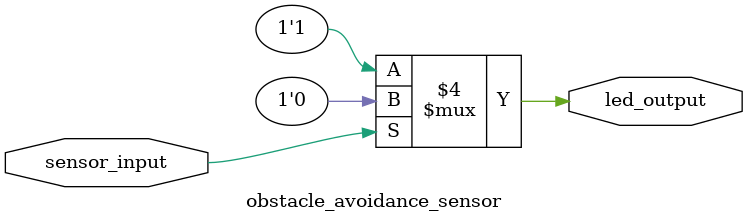
<source format=v>
`timescale 1ns / 1ps


module obstacle_avoidance_sensor(
    input wire sensor_input,  // Sensor input
    output reg led_output    // LED output
);

// Combinational logic to toggle LED based on sensor input
always @(*) begin
    if (sensor_input == 1'b1) begin
        led_output = 1'b0; // Turn off LED
    end else begin
        led_output = 1'b1; // Turn on LED
    end
end

endmodule


</source>
